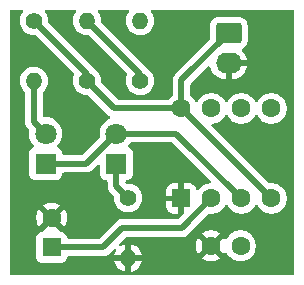
<source format=gbr>
%TF.GenerationSoftware,KiCad,Pcbnew,9.0.0*%
%TF.CreationDate,2025-09-29T15:59:41+03:00*%
%TF.ProjectId,cakar,63616b61-722e-46b6-9963-61645f706362,rev?*%
%TF.SameCoordinates,Original*%
%TF.FileFunction,Copper,L2,Bot*%
%TF.FilePolarity,Positive*%
%FSLAX46Y46*%
G04 Gerber Fmt 4.6, Leading zero omitted, Abs format (unit mm)*
G04 Created by KiCad (PCBNEW 9.0.0) date 2025-09-29 15:59:41*
%MOMM*%
%LPD*%
G01*
G04 APERTURE LIST*
G04 Aperture macros list*
%AMRoundRect*
0 Rectangle with rounded corners*
0 $1 Rounding radius*
0 $2 $3 $4 $5 $6 $7 $8 $9 X,Y pos of 4 corners*
0 Add a 4 corners polygon primitive as box body*
4,1,4,$2,$3,$4,$5,$6,$7,$8,$9,$2,$3,0*
0 Add four circle primitives for the rounded corners*
1,1,$1+$1,$2,$3*
1,1,$1+$1,$4,$5*
1,1,$1+$1,$6,$7*
1,1,$1+$1,$8,$9*
0 Add four rect primitives between the rounded corners*
20,1,$1+$1,$2,$3,$4,$5,0*
20,1,$1+$1,$4,$5,$6,$7,0*
20,1,$1+$1,$6,$7,$8,$9,0*
20,1,$1+$1,$8,$9,$2,$3,0*%
G04 Aperture macros list end*
%TA.AperFunction,ComponentPad*%
%ADD10R,1.600000X1.600000*%
%TD*%
%TA.AperFunction,ComponentPad*%
%ADD11C,1.600000*%
%TD*%
%TA.AperFunction,ComponentPad*%
%ADD12R,1.800000X1.800000*%
%TD*%
%TA.AperFunction,ComponentPad*%
%ADD13C,1.800000*%
%TD*%
%TA.AperFunction,ComponentPad*%
%ADD14C,1.400000*%
%TD*%
%TA.AperFunction,ComponentPad*%
%ADD15O,1.400000X1.400000*%
%TD*%
%TA.AperFunction,ComponentPad*%
%ADD16RoundRect,0.250000X0.550000X-0.550000X0.550000X0.550000X-0.550000X0.550000X-0.550000X-0.550000X0*%
%TD*%
%TA.AperFunction,ComponentPad*%
%ADD17RoundRect,0.250000X-0.845000X0.620000X-0.845000X-0.620000X0.845000X-0.620000X0.845000X0.620000X0*%
%TD*%
%TA.AperFunction,ComponentPad*%
%ADD18O,2.190000X1.740000*%
%TD*%
%TA.AperFunction,Conductor*%
%ADD19C,0.500000*%
%TD*%
G04 APERTURE END LIST*
D10*
%TO.P,C1,1*%
%TO.N,Net-(U1-THR)*%
X131000000Y-107642380D03*
D11*
%TO.P,C1,2*%
%TO.N,GND*%
X131000000Y-105142380D03*
%TD*%
D12*
%TO.P,D2,1,K*%
%TO.N,Net-(D2-K)*%
X136500000Y-100540000D03*
D13*
%TO.P,D2,2,A*%
%TO.N,Net-(D1-K)*%
X136500000Y-98000000D03*
%TD*%
D14*
%TO.P,R2,1*%
%TO.N,Net-(D2-K)*%
X137500000Y-103460000D03*
D15*
%TO.P,R2,2*%
%TO.N,GND*%
X137500000Y-108540000D03*
%TD*%
D14*
%TO.P,R1,1*%
%TO.N,+5V*%
X129500000Y-88460000D03*
D15*
%TO.P,R1,2*%
%TO.N,Net-(D1-A)*%
X129500000Y-93540000D03*
%TD*%
D16*
%TO.P,U1,1,GND*%
%TO.N,GND*%
X142000000Y-103500000D03*
D11*
%TO.P,U1,2,TR*%
%TO.N,Net-(U1-THR)*%
X144540000Y-103500000D03*
%TO.P,U1,3,Q*%
%TO.N,Net-(D1-K)*%
X147080000Y-103500000D03*
%TO.P,U1,4,R*%
%TO.N,+5V*%
X149620000Y-103500000D03*
%TO.P,U1,5,CV*%
%TO.N,Net-(U1-CV)*%
X149620000Y-95880000D03*
%TO.P,U1,6,THR*%
%TO.N,Net-(U1-THR)*%
X147080000Y-95880000D03*
%TO.P,U1,7,DIS*%
%TO.N,Net-(U1-DIS)*%
X144540000Y-95880000D03*
%TO.P,U1,8,VCC*%
%TO.N,+5V*%
X142000000Y-95880000D03*
%TD*%
%TO.P,C2,1*%
%TO.N,Net-(U1-CV)*%
X147000000Y-107500000D03*
%TO.P,C2,2*%
%TO.N,GND*%
X144500000Y-107500000D03*
%TD*%
D12*
%TO.P,D1,1,K*%
%TO.N,Net-(D1-K)*%
X130500000Y-100540000D03*
D13*
%TO.P,D1,2,A*%
%TO.N,Net-(D1-A)*%
X130500000Y-98000000D03*
%TD*%
D14*
%TO.P,R3,1*%
%TO.N,+5V*%
X134000000Y-93540000D03*
D15*
%TO.P,R3,2*%
%TO.N,Net-(U1-DIS)*%
X134000000Y-88460000D03*
%TD*%
D17*
%TO.P,J1,1,Pin_1*%
%TO.N,+5V*%
X146000000Y-89500000D03*
D18*
%TO.P,J1,2,Pin_2*%
%TO.N,GND*%
X146000000Y-92040000D03*
%TD*%
D14*
%TO.P,R4,1*%
%TO.N,Net-(U1-DIS)*%
X138500000Y-93540000D03*
D15*
%TO.P,R4,2*%
%TO.N,Net-(U1-THR)*%
X138500000Y-88460000D03*
%TD*%
D19*
%TO.N,Net-(U1-THR)*%
X135357620Y-107642380D02*
X137000000Y-106000000D01*
X142040000Y-106000000D02*
X144540000Y-103500000D01*
X131000000Y-107642380D02*
X135357620Y-107642380D01*
X137000000Y-106000000D02*
X142040000Y-106000000D01*
%TO.N,Net-(U1-CV)*%
X147000000Y-107500000D02*
X147389182Y-107500000D01*
%TO.N,Net-(D1-A)*%
X129500000Y-97000000D02*
X130500000Y-98000000D01*
X129500000Y-93540000D02*
X129500000Y-97000000D01*
%TO.N,Net-(D1-K)*%
X136500000Y-98000000D02*
X141580000Y-98000000D01*
X133960000Y-100540000D02*
X136500000Y-98000000D01*
X130500000Y-100540000D02*
X133960000Y-100540000D01*
X141580000Y-98000000D02*
X147080000Y-103500000D01*
%TO.N,Net-(D2-K)*%
X136500000Y-102460000D02*
X137500000Y-103460000D01*
X136500000Y-100540000D02*
X136500000Y-102460000D01*
%TO.N,+5V*%
X142000000Y-93500000D02*
X142000000Y-95880000D01*
X129500000Y-88460000D02*
X134000000Y-92960000D01*
X134000000Y-92960000D02*
X134000000Y-93540000D01*
X134000000Y-93540000D02*
X134000000Y-93589397D01*
X149620000Y-103500000D02*
X142000000Y-95880000D01*
X136290603Y-95880000D02*
X142000000Y-95880000D01*
X146000000Y-89500000D02*
X142000000Y-93500000D01*
X134000000Y-93589397D02*
X136290603Y-95880000D01*
%TO.N,Net-(U1-DIS)*%
X134000000Y-88460000D02*
X138500000Y-92960000D01*
X138500000Y-92960000D02*
X138500000Y-93540000D01*
%TD*%
%TA.AperFunction,Conductor*%
%TO.N,GND*%
G36*
X128536894Y-87520185D02*
G01*
X128582649Y-87572989D01*
X128592593Y-87642147D01*
X128570174Y-87697383D01*
X128517644Y-87769684D01*
X128473240Y-87830800D01*
X128387454Y-87999163D01*
X128329059Y-88178881D01*
X128299500Y-88365513D01*
X128299500Y-88554486D01*
X128329059Y-88741118D01*
X128387454Y-88920836D01*
X128473240Y-89089199D01*
X128584310Y-89242073D01*
X128717927Y-89375690D01*
X128870801Y-89486760D01*
X128950347Y-89527290D01*
X129039163Y-89572545D01*
X129039165Y-89572545D01*
X129039168Y-89572547D01*
X129135497Y-89603846D01*
X129218881Y-89630940D01*
X129405514Y-89660500D01*
X129587770Y-89660500D01*
X129654809Y-89680185D01*
X129675451Y-89696819D01*
X132881247Y-92902615D01*
X132914732Y-92963938D01*
X132909748Y-93033630D01*
X132904052Y-93046588D01*
X132887452Y-93079167D01*
X132887452Y-93079169D01*
X132829060Y-93258877D01*
X132829060Y-93258880D01*
X132799500Y-93445513D01*
X132799500Y-93634486D01*
X132829059Y-93821118D01*
X132887454Y-94000836D01*
X132973240Y-94169199D01*
X133084310Y-94322073D01*
X133217927Y-94455690D01*
X133370801Y-94566760D01*
X133395805Y-94579500D01*
X133539163Y-94652545D01*
X133539165Y-94652545D01*
X133539168Y-94652547D01*
X133607594Y-94674780D01*
X133718881Y-94710940D01*
X133905514Y-94740500D01*
X133905519Y-94740500D01*
X134038373Y-94740500D01*
X134105412Y-94760185D01*
X134126054Y-94776819D01*
X135812189Y-96462954D01*
X135834765Y-96478038D01*
X135885873Y-96512186D01*
X135898217Y-96520434D01*
X135904336Y-96524523D01*
X135921286Y-96544807D01*
X135949137Y-96578132D01*
X135949137Y-96578135D01*
X135949139Y-96578137D01*
X135951869Y-96599882D01*
X135957844Y-96647457D01*
X135957843Y-96647458D01*
X135957844Y-96647462D01*
X135941502Y-96681615D01*
X135927689Y-96710485D01*
X135927686Y-96710486D01*
X135927686Y-96710488D01*
X135927681Y-96710490D01*
X135891737Y-96738106D01*
X135765976Y-96802185D01*
X135587641Y-96931752D01*
X135587636Y-96931756D01*
X135431756Y-97087636D01*
X135431752Y-97087641D01*
X135302187Y-97265974D01*
X135202104Y-97462393D01*
X135202103Y-97462396D01*
X135133985Y-97672047D01*
X135099500Y-97889778D01*
X135099500Y-98110227D01*
X135120914Y-98245429D01*
X135111959Y-98314722D01*
X135086122Y-98352508D01*
X133685451Y-99753181D01*
X133624128Y-99786666D01*
X133597770Y-99789500D01*
X132024499Y-99789500D01*
X131957460Y-99769815D01*
X131911705Y-99717011D01*
X131900499Y-99665500D01*
X131900499Y-99592129D01*
X131900498Y-99592123D01*
X131900497Y-99592116D01*
X131894091Y-99532517D01*
X131843796Y-99397669D01*
X131843795Y-99397668D01*
X131843793Y-99397664D01*
X131757547Y-99282455D01*
X131757544Y-99282452D01*
X131642335Y-99196206D01*
X131642328Y-99196202D01*
X131562419Y-99166398D01*
X131506485Y-99124527D01*
X131482068Y-99059062D01*
X131496920Y-98990789D01*
X131518069Y-98962537D01*
X131568242Y-98912365D01*
X131697815Y-98734022D01*
X131797895Y-98537606D01*
X131866015Y-98327951D01*
X131900500Y-98110222D01*
X131900500Y-97889778D01*
X131866015Y-97672049D01*
X131803101Y-97478416D01*
X131797896Y-97462396D01*
X131797895Y-97462393D01*
X131749703Y-97367813D01*
X131697815Y-97265978D01*
X131663623Y-97218917D01*
X131568247Y-97087641D01*
X131568243Y-97087636D01*
X131412363Y-96931756D01*
X131412358Y-96931752D01*
X131234025Y-96802187D01*
X131234024Y-96802186D01*
X131234022Y-96802185D01*
X131171096Y-96770122D01*
X131037606Y-96702104D01*
X131037603Y-96702103D01*
X130827952Y-96633985D01*
X130719086Y-96616742D01*
X130610222Y-96599500D01*
X130389778Y-96599500D01*
X130389771Y-96599500D01*
X130384914Y-96599882D01*
X130384741Y-96597685D01*
X130324508Y-96589849D01*
X130271094Y-96544807D01*
X130250511Y-96478038D01*
X130250500Y-96476373D01*
X130250500Y-94538625D01*
X130270185Y-94471586D01*
X130286819Y-94450944D01*
X130415690Y-94322073D01*
X130526760Y-94169199D01*
X130612547Y-94000832D01*
X130670940Y-93821118D01*
X130680565Y-93760346D01*
X130700500Y-93634486D01*
X130700500Y-93445513D01*
X130670940Y-93258881D01*
X130617779Y-93095270D01*
X130612547Y-93079168D01*
X130612545Y-93079165D01*
X130612545Y-93079163D01*
X130555048Y-92966319D01*
X130526760Y-92910801D01*
X130415690Y-92757927D01*
X130282073Y-92624310D01*
X130129199Y-92513240D01*
X129960836Y-92427454D01*
X129781118Y-92369059D01*
X129594486Y-92339500D01*
X129594481Y-92339500D01*
X129405519Y-92339500D01*
X129405514Y-92339500D01*
X129218881Y-92369059D01*
X129039163Y-92427454D01*
X128870800Y-92513240D01*
X128798320Y-92565901D01*
X128717927Y-92624310D01*
X128717925Y-92624312D01*
X128717924Y-92624312D01*
X128584312Y-92757924D01*
X128584312Y-92757925D01*
X128584310Y-92757927D01*
X128584231Y-92758036D01*
X128473240Y-92910800D01*
X128387454Y-93079163D01*
X128329059Y-93258881D01*
X128299500Y-93445513D01*
X128299500Y-93634486D01*
X128329059Y-93821118D01*
X128387454Y-94000836D01*
X128473240Y-94169199D01*
X128584310Y-94322073D01*
X128584312Y-94322075D01*
X128713181Y-94450944D01*
X128746666Y-94512267D01*
X128749500Y-94538625D01*
X128749500Y-97073918D01*
X128749500Y-97073920D01*
X128749499Y-97073920D01*
X128778340Y-97218907D01*
X128778343Y-97218917D01*
X128834913Y-97355490D01*
X128834914Y-97355492D01*
X128860706Y-97394092D01*
X128860707Y-97394094D01*
X128917043Y-97478410D01*
X128917047Y-97478415D01*
X129086122Y-97647490D01*
X129119607Y-97708813D01*
X129120914Y-97754569D01*
X129099500Y-97889772D01*
X129099500Y-98110221D01*
X129133985Y-98327952D01*
X129202103Y-98537603D01*
X129202104Y-98537606D01*
X129302187Y-98734025D01*
X129431752Y-98912358D01*
X129431756Y-98912363D01*
X129481928Y-98962535D01*
X129515413Y-99023858D01*
X129510429Y-99093550D01*
X129468557Y-99149483D01*
X129437581Y-99166398D01*
X129357669Y-99196203D01*
X129357664Y-99196206D01*
X129242455Y-99282452D01*
X129242452Y-99282455D01*
X129156206Y-99397664D01*
X129156202Y-99397671D01*
X129105908Y-99532517D01*
X129099501Y-99592116D01*
X129099501Y-99592123D01*
X129099500Y-99592135D01*
X129099500Y-101487870D01*
X129099501Y-101487876D01*
X129105908Y-101547483D01*
X129156202Y-101682328D01*
X129156206Y-101682335D01*
X129242452Y-101797544D01*
X129242455Y-101797547D01*
X129357664Y-101883793D01*
X129357671Y-101883797D01*
X129492517Y-101934091D01*
X129492516Y-101934091D01*
X129499444Y-101934835D01*
X129552127Y-101940500D01*
X131447872Y-101940499D01*
X131507483Y-101934091D01*
X131642331Y-101883796D01*
X131757546Y-101797546D01*
X131843796Y-101682331D01*
X131894091Y-101547483D01*
X131900500Y-101487873D01*
X131900500Y-101414500D01*
X131920185Y-101347461D01*
X131972989Y-101301706D01*
X132024500Y-101290500D01*
X134033920Y-101290500D01*
X134131462Y-101271096D01*
X134178913Y-101261658D01*
X134315495Y-101205084D01*
X134364729Y-101172186D01*
X134438416Y-101122952D01*
X134887819Y-100673547D01*
X134949142Y-100640063D01*
X135018833Y-100645047D01*
X135074767Y-100686918D01*
X135099184Y-100752383D01*
X135099500Y-100761229D01*
X135099500Y-101487870D01*
X135099501Y-101487876D01*
X135105908Y-101547483D01*
X135156202Y-101682328D01*
X135156206Y-101682335D01*
X135242452Y-101797544D01*
X135242455Y-101797547D01*
X135357664Y-101883793D01*
X135357671Y-101883797D01*
X135402618Y-101900561D01*
X135492517Y-101934091D01*
X135552127Y-101940500D01*
X135625500Y-101940499D01*
X135692538Y-101960183D01*
X135738294Y-102012986D01*
X135749500Y-102064499D01*
X135749500Y-102533918D01*
X135749500Y-102533920D01*
X135749499Y-102533920D01*
X135778340Y-102678907D01*
X135778343Y-102678917D01*
X135834912Y-102815488D01*
X135834914Y-102815492D01*
X135834916Y-102815495D01*
X135847893Y-102834916D01*
X135891388Y-102900013D01*
X135917051Y-102938420D01*
X135917052Y-102938421D01*
X136263181Y-103284548D01*
X136296666Y-103345871D01*
X136299500Y-103372229D01*
X136299500Y-103554486D01*
X136329059Y-103741118D01*
X136387454Y-103920836D01*
X136459842Y-104062904D01*
X136473240Y-104089199D01*
X136584310Y-104242073D01*
X136717927Y-104375690D01*
X136870801Y-104486760D01*
X136932790Y-104518345D01*
X137039163Y-104572545D01*
X137039165Y-104572545D01*
X137039168Y-104572547D01*
X137135497Y-104603846D01*
X137218881Y-104630940D01*
X137405514Y-104660500D01*
X137405519Y-104660500D01*
X137594486Y-104660500D01*
X137781118Y-104630940D01*
X137960832Y-104572547D01*
X138129199Y-104486760D01*
X138282073Y-104375690D01*
X138415690Y-104242073D01*
X138526760Y-104089199D01*
X138612547Y-103920832D01*
X138670940Y-103741118D01*
X138674217Y-103720429D01*
X138680741Y-103679240D01*
X138700500Y-103554486D01*
X138700500Y-103365513D01*
X138670940Y-103178881D01*
X138652877Y-103123291D01*
X138612547Y-102999168D01*
X138612544Y-102999164D01*
X138612544Y-102999161D01*
X138589105Y-102953160D01*
X138589104Y-102953159D01*
X138562025Y-102900013D01*
X138526760Y-102830801D01*
X138415690Y-102677927D01*
X138282073Y-102544310D01*
X138129199Y-102433240D01*
X137960836Y-102347454D01*
X137781118Y-102289059D01*
X137594486Y-102259500D01*
X137594481Y-102259500D01*
X137412230Y-102259500D01*
X137382785Y-102250854D01*
X137352802Y-102244331D01*
X137347788Y-102240577D01*
X137345191Y-102239815D01*
X137324548Y-102223180D01*
X137286818Y-102185449D01*
X137253333Y-102124125D01*
X137250500Y-102097769D01*
X137250500Y-102064499D01*
X137270185Y-101997460D01*
X137322989Y-101951705D01*
X137374500Y-101940499D01*
X137447871Y-101940499D01*
X137447872Y-101940499D01*
X137507483Y-101934091D01*
X137642331Y-101883796D01*
X137757546Y-101797546D01*
X137843796Y-101682331D01*
X137894091Y-101547483D01*
X137900500Y-101487873D01*
X137900499Y-99592128D01*
X137894091Y-99532517D01*
X137843796Y-99397669D01*
X137843795Y-99397668D01*
X137843793Y-99397664D01*
X137757547Y-99282455D01*
X137757544Y-99282452D01*
X137642335Y-99196206D01*
X137642328Y-99196202D01*
X137562419Y-99166398D01*
X137539282Y-99149078D01*
X137514514Y-99134190D01*
X137511656Y-99128398D01*
X137506485Y-99124527D01*
X137496384Y-99097447D01*
X137483598Y-99071532D01*
X137484325Y-99065114D01*
X137482068Y-99059062D01*
X137488210Y-99030823D01*
X137491465Y-99002107D01*
X137495889Y-98995526D01*
X137496920Y-98990789D01*
X137509649Y-98971857D01*
X137513618Y-98966988D01*
X137568242Y-98912365D01*
X137650737Y-98798819D01*
X137652921Y-98796141D01*
X137678992Y-98778259D01*
X137704035Y-98758949D01*
X137708323Y-98758143D01*
X137710541Y-98756623D01*
X137717536Y-98756413D01*
X137749024Y-98750500D01*
X141217770Y-98750500D01*
X141284809Y-98770185D01*
X141305451Y-98786819D01*
X142980499Y-100461867D01*
X144507699Y-101989066D01*
X144541184Y-102050389D01*
X144536200Y-102120081D01*
X144494328Y-102176014D01*
X144439416Y-102199220D01*
X144235465Y-102231522D01*
X144040776Y-102294781D01*
X143858386Y-102387715D01*
X143692786Y-102508028D01*
X143548032Y-102652782D01*
X143479616Y-102746949D01*
X143424286Y-102789614D01*
X143354672Y-102795593D01*
X143292877Y-102762987D01*
X143261592Y-102713067D01*
X143234358Y-102630880D01*
X143234356Y-102630875D01*
X143142315Y-102481654D01*
X143018345Y-102357684D01*
X142869124Y-102265643D01*
X142869119Y-102265641D01*
X142702697Y-102210494D01*
X142702690Y-102210493D01*
X142599986Y-102200000D01*
X142250000Y-102200000D01*
X142250000Y-103184314D01*
X142245606Y-103179920D01*
X142154394Y-103127259D01*
X142052661Y-103100000D01*
X141947339Y-103100000D01*
X141845606Y-103127259D01*
X141754394Y-103179920D01*
X141750000Y-103184314D01*
X141750000Y-102200000D01*
X141400028Y-102200000D01*
X141400012Y-102200001D01*
X141297302Y-102210494D01*
X141130880Y-102265641D01*
X141130875Y-102265643D01*
X140981654Y-102357684D01*
X140857684Y-102481654D01*
X140765643Y-102630875D01*
X140765641Y-102630880D01*
X140710494Y-102797302D01*
X140710493Y-102797309D01*
X140700000Y-102900013D01*
X140700000Y-103250000D01*
X141684314Y-103250000D01*
X141679920Y-103254394D01*
X141627259Y-103345606D01*
X141600000Y-103447339D01*
X141600000Y-103552661D01*
X141627259Y-103654394D01*
X141679920Y-103745606D01*
X141684314Y-103750000D01*
X140700001Y-103750000D01*
X140700001Y-104099986D01*
X140710494Y-104202697D01*
X140765641Y-104369119D01*
X140765643Y-104369124D01*
X140857684Y-104518345D01*
X140981654Y-104642315D01*
X141130875Y-104734356D01*
X141130880Y-104734358D01*
X141297302Y-104789505D01*
X141297309Y-104789506D01*
X141400019Y-104799999D01*
X141749999Y-104799999D01*
X141750000Y-104799998D01*
X141750000Y-103815686D01*
X141754394Y-103820080D01*
X141845606Y-103872741D01*
X141947339Y-103900000D01*
X142052661Y-103900000D01*
X142154394Y-103872741D01*
X142245606Y-103820080D01*
X142250000Y-103815686D01*
X142250000Y-104677269D01*
X142230315Y-104744308D01*
X142213681Y-104764950D01*
X141765451Y-105213181D01*
X141704128Y-105246666D01*
X141677770Y-105249500D01*
X136926080Y-105249500D01*
X136781092Y-105278340D01*
X136781086Y-105278342D01*
X136644508Y-105334914D01*
X136644496Y-105334921D01*
X136595269Y-105367813D01*
X136521588Y-105417044D01*
X136521580Y-105417050D01*
X135083071Y-106855561D01*
X135021748Y-106889046D01*
X134995390Y-106891880D01*
X132422351Y-106891880D01*
X132355312Y-106872195D01*
X132309557Y-106819391D01*
X132299061Y-106781132D01*
X132294091Y-106734896D01*
X132243797Y-106600051D01*
X132243793Y-106600044D01*
X132157547Y-106484835D01*
X132157544Y-106484832D01*
X132042335Y-106398586D01*
X132042328Y-106398582D01*
X131907482Y-106348288D01*
X131907483Y-106348288D01*
X131847883Y-106341881D01*
X131847881Y-106341880D01*
X131847873Y-106341880D01*
X131847864Y-106341880D01*
X131844548Y-106341702D01*
X131844632Y-106340122D01*
X131783579Y-106322195D01*
X131737824Y-106269391D01*
X131730173Y-106226105D01*
X131046447Y-105542380D01*
X131052661Y-105542380D01*
X131154394Y-105515121D01*
X131245606Y-105462460D01*
X131320080Y-105387986D01*
X131372741Y-105296774D01*
X131400000Y-105195041D01*
X131400000Y-105188827D01*
X132079474Y-105868301D01*
X132111859Y-105823729D01*
X132204755Y-105641411D01*
X132267990Y-105446797D01*
X132300000Y-105244697D01*
X132300000Y-105040062D01*
X132267990Y-104837962D01*
X132204755Y-104643348D01*
X132111859Y-104461030D01*
X132079474Y-104416457D01*
X132079474Y-104416456D01*
X131400000Y-105095931D01*
X131400000Y-105089719D01*
X131372741Y-104987986D01*
X131320080Y-104896774D01*
X131245606Y-104822300D01*
X131154394Y-104769639D01*
X131052661Y-104742380D01*
X131046446Y-104742380D01*
X131725922Y-104062904D01*
X131725921Y-104062903D01*
X131681359Y-104030527D01*
X131681350Y-104030521D01*
X131499031Y-103937624D01*
X131304417Y-103874389D01*
X131102317Y-103842380D01*
X130897683Y-103842380D01*
X130695582Y-103874389D01*
X130500968Y-103937624D01*
X130318644Y-104030523D01*
X130274077Y-104062903D01*
X130274077Y-104062904D01*
X130953554Y-104742380D01*
X130947339Y-104742380D01*
X130845606Y-104769639D01*
X130754394Y-104822300D01*
X130679920Y-104896774D01*
X130627259Y-104987986D01*
X130600000Y-105089719D01*
X130600000Y-105095933D01*
X129920524Y-104416457D01*
X129920523Y-104416457D01*
X129888143Y-104461024D01*
X129795244Y-104643348D01*
X129732009Y-104837962D01*
X129700000Y-105040062D01*
X129700000Y-105244697D01*
X129732009Y-105446797D01*
X129795244Y-105641411D01*
X129888141Y-105823730D01*
X129888147Y-105823739D01*
X129920523Y-105868301D01*
X129920524Y-105868302D01*
X130600000Y-105188826D01*
X130600000Y-105195041D01*
X130627259Y-105296774D01*
X130679920Y-105387986D01*
X130754394Y-105462460D01*
X130845606Y-105515121D01*
X130947339Y-105542380D01*
X130953553Y-105542380D01*
X130269067Y-106226863D01*
X130258633Y-106276530D01*
X130209581Y-106326286D01*
X130155365Y-106340380D01*
X130155423Y-106341479D01*
X130155429Y-106341526D01*
X130155426Y-106341526D01*
X130155436Y-106341704D01*
X130152123Y-106341881D01*
X130092516Y-106348288D01*
X129957671Y-106398582D01*
X129957664Y-106398586D01*
X129842455Y-106484832D01*
X129842452Y-106484835D01*
X129756206Y-106600044D01*
X129756202Y-106600051D01*
X129705908Y-106734897D01*
X129699501Y-106794496D01*
X129699500Y-106794515D01*
X129699500Y-108490250D01*
X129699501Y-108490256D01*
X129705908Y-108549863D01*
X129756202Y-108684708D01*
X129756206Y-108684715D01*
X129842452Y-108799924D01*
X129842455Y-108799927D01*
X129957664Y-108886173D01*
X129957671Y-108886177D01*
X130092517Y-108936471D01*
X130092516Y-108936471D01*
X130099444Y-108937215D01*
X130152127Y-108942880D01*
X131847872Y-108942879D01*
X131907483Y-108936471D01*
X132042331Y-108886176D01*
X132157546Y-108799926D01*
X132164977Y-108790000D01*
X136324638Y-108790000D01*
X136329548Y-108821002D01*
X136387914Y-109000637D01*
X136473670Y-109168940D01*
X136584685Y-109321741D01*
X136584689Y-109321746D01*
X136718253Y-109455310D01*
X136718258Y-109455314D01*
X136871059Y-109566329D01*
X137039362Y-109652085D01*
X137218997Y-109710451D01*
X137250000Y-109715362D01*
X137250000Y-109715361D01*
X137750000Y-109715361D01*
X137781002Y-109710451D01*
X137960637Y-109652085D01*
X138128940Y-109566329D01*
X138281741Y-109455314D01*
X138281746Y-109455310D01*
X138415310Y-109321746D01*
X138415314Y-109321741D01*
X138526329Y-109168940D01*
X138612085Y-109000637D01*
X138670451Y-108821002D01*
X138675362Y-108790000D01*
X137750000Y-108790000D01*
X137750000Y-109715361D01*
X137250000Y-109715361D01*
X137250000Y-108790000D01*
X136324638Y-108790000D01*
X132164977Y-108790000D01*
X132243796Y-108684711D01*
X132294091Y-108549863D01*
X132299062Y-108503619D01*
X132301487Y-108497766D01*
X132302760Y-108493922D01*
X137150000Y-108493922D01*
X137150000Y-108586078D01*
X137173852Y-108675095D01*
X137219930Y-108754905D01*
X137285095Y-108820070D01*
X137364905Y-108866148D01*
X137453922Y-108890000D01*
X137546078Y-108890000D01*
X137635095Y-108866148D01*
X137714905Y-108820070D01*
X137780070Y-108754905D01*
X137826148Y-108675095D01*
X137850000Y-108586078D01*
X137850000Y-108493922D01*
X137826148Y-108404905D01*
X137780070Y-108325095D01*
X137744975Y-108290000D01*
X137750000Y-108290000D01*
X138675362Y-108290000D01*
X138670451Y-108258997D01*
X138612085Y-108079362D01*
X138526329Y-107911059D01*
X138415314Y-107758258D01*
X138415310Y-107758253D01*
X138281746Y-107624689D01*
X138281741Y-107624685D01*
X138128938Y-107513668D01*
X138108592Y-107503301D01*
X138108591Y-107503301D01*
X137960634Y-107427913D01*
X137960636Y-107427913D01*
X137867591Y-107397682D01*
X143200000Y-107397682D01*
X143200000Y-107602317D01*
X143232009Y-107804417D01*
X143295244Y-107999031D01*
X143388141Y-108181350D01*
X143388147Y-108181359D01*
X143420523Y-108225921D01*
X143420524Y-108225922D01*
X144100000Y-107546446D01*
X144100000Y-107552661D01*
X144127259Y-107654394D01*
X144179920Y-107745606D01*
X144254394Y-107820080D01*
X144345606Y-107872741D01*
X144447339Y-107900000D01*
X144453553Y-107900000D01*
X143774076Y-108579474D01*
X143818650Y-108611859D01*
X144000968Y-108704755D01*
X144195582Y-108767990D01*
X144397683Y-108800000D01*
X144602317Y-108800000D01*
X144804417Y-108767990D01*
X144999031Y-108704755D01*
X145181349Y-108611859D01*
X145225921Y-108579474D01*
X144546447Y-107900000D01*
X144552661Y-107900000D01*
X144654394Y-107872741D01*
X144745606Y-107820080D01*
X144820080Y-107745606D01*
X144872741Y-107654394D01*
X144900000Y-107552661D01*
X144900000Y-107546447D01*
X145579474Y-108225921D01*
X145611859Y-108181349D01*
X145639233Y-108127624D01*
X145687207Y-108076827D01*
X145755028Y-108060031D01*
X145821163Y-108082567D01*
X145860203Y-108127621D01*
X145887713Y-108181611D01*
X146008028Y-108347213D01*
X146152786Y-108491971D01*
X146273226Y-108579474D01*
X146318390Y-108612287D01*
X146434607Y-108671503D01*
X146500776Y-108705218D01*
X146500778Y-108705218D01*
X146500781Y-108705220D01*
X146605137Y-108739127D01*
X146695465Y-108768477D01*
X146796557Y-108784488D01*
X146897648Y-108800500D01*
X146897649Y-108800500D01*
X147102351Y-108800500D01*
X147102352Y-108800500D01*
X147304534Y-108768477D01*
X147499219Y-108705220D01*
X147681610Y-108612287D01*
X147831176Y-108503622D01*
X147847213Y-108491971D01*
X147847215Y-108491968D01*
X147847219Y-108491966D01*
X147991966Y-108347219D01*
X147991968Y-108347215D01*
X147991971Y-108347213D01*
X148055385Y-108259930D01*
X148112287Y-108181610D01*
X148205220Y-107999219D01*
X148268477Y-107804534D01*
X148300500Y-107602352D01*
X148300500Y-107397648D01*
X148268477Y-107195465D01*
X148237458Y-107100000D01*
X148205220Y-107000781D01*
X148205218Y-107000778D01*
X148205218Y-107000776D01*
X148148288Y-106889046D01*
X148112287Y-106818390D01*
X148080092Y-106774077D01*
X147991971Y-106652786D01*
X147847213Y-106508028D01*
X147681613Y-106387715D01*
X147681612Y-106387714D01*
X147681610Y-106387713D01*
X147604236Y-106348289D01*
X147499223Y-106294781D01*
X147304534Y-106231522D01*
X147129995Y-106203878D01*
X147102352Y-106199500D01*
X146897648Y-106199500D01*
X146873329Y-106203351D01*
X146695465Y-106231522D01*
X146500776Y-106294781D01*
X146318386Y-106387715D01*
X146152786Y-106508028D01*
X146008028Y-106652786D01*
X145887714Y-106818386D01*
X145860203Y-106872379D01*
X145812227Y-106923174D01*
X145744406Y-106939968D01*
X145678272Y-106917429D01*
X145639234Y-106872376D01*
X145611861Y-106818652D01*
X145579474Y-106774077D01*
X145579474Y-106774076D01*
X144900000Y-107453551D01*
X144900000Y-107447339D01*
X144872741Y-107345606D01*
X144820080Y-107254394D01*
X144745606Y-107179920D01*
X144654394Y-107127259D01*
X144552661Y-107100000D01*
X144546446Y-107100000D01*
X145225922Y-106420524D01*
X145225921Y-106420523D01*
X145181359Y-106388147D01*
X145181350Y-106388141D01*
X144999031Y-106295244D01*
X144804417Y-106232009D01*
X144602317Y-106200000D01*
X144397683Y-106200000D01*
X144195582Y-106232009D01*
X144000968Y-106295244D01*
X143818644Y-106388143D01*
X143774077Y-106420523D01*
X143774077Y-106420524D01*
X144453554Y-107100000D01*
X144447339Y-107100000D01*
X144345606Y-107127259D01*
X144254394Y-107179920D01*
X144179920Y-107254394D01*
X144127259Y-107345606D01*
X144100000Y-107447339D01*
X144100000Y-107453553D01*
X143420524Y-106774077D01*
X143420523Y-106774077D01*
X143388143Y-106818644D01*
X143295244Y-107000968D01*
X143232009Y-107195582D01*
X143200000Y-107397682D01*
X137867591Y-107397682D01*
X137781004Y-107369549D01*
X137780995Y-107369547D01*
X137750000Y-107364637D01*
X137750000Y-108290000D01*
X137744975Y-108290000D01*
X137714905Y-108259930D01*
X137635095Y-108213852D01*
X137546078Y-108190000D01*
X137453922Y-108190000D01*
X137364905Y-108213852D01*
X137285095Y-108259930D01*
X137219930Y-108325095D01*
X137173852Y-108404905D01*
X137150000Y-108493922D01*
X132302760Y-108493922D01*
X132302987Y-108493238D01*
X132303924Y-108491882D01*
X132325801Y-108439072D01*
X132383194Y-108399225D01*
X132422351Y-108392880D01*
X135431540Y-108392880D01*
X135529082Y-108373476D01*
X135576533Y-108364038D01*
X135713115Y-108307464D01*
X135762349Y-108274566D01*
X135836036Y-108225332D01*
X136255995Y-107805372D01*
X136317316Y-107771889D01*
X136387007Y-107776873D01*
X136442941Y-107818744D01*
X136467358Y-107884209D01*
X136454159Y-107949350D01*
X136387914Y-108079362D01*
X136329548Y-108258997D01*
X136324638Y-108290000D01*
X137250000Y-108290000D01*
X137250000Y-107364637D01*
X137249999Y-107364637D01*
X137219004Y-107369547D01*
X137218995Y-107369549D01*
X137039364Y-107427913D01*
X136909350Y-107494159D01*
X136840680Y-107507055D01*
X136775940Y-107480779D01*
X136735683Y-107423672D01*
X136732691Y-107353866D01*
X136765372Y-107295995D01*
X137274549Y-106786819D01*
X137335872Y-106753334D01*
X137362230Y-106750500D01*
X142113920Y-106750500D01*
X142211462Y-106731096D01*
X142258913Y-106721658D01*
X142395495Y-106665084D01*
X142444729Y-106632186D01*
X142518416Y-106582952D01*
X144274895Y-104826471D01*
X144336216Y-104792988D01*
X144381971Y-104791681D01*
X144437648Y-104800500D01*
X144437649Y-104800500D01*
X144642351Y-104800500D01*
X144642352Y-104800500D01*
X144844534Y-104768477D01*
X145039219Y-104705220D01*
X145221610Y-104612287D01*
X145314590Y-104544732D01*
X145387213Y-104491971D01*
X145387215Y-104491968D01*
X145387219Y-104491966D01*
X145531966Y-104347219D01*
X145531968Y-104347215D01*
X145531971Y-104347213D01*
X145652284Y-104181614D01*
X145652285Y-104181613D01*
X145652287Y-104181610D01*
X145699516Y-104088917D01*
X145747489Y-104038123D01*
X145815310Y-104021328D01*
X145881445Y-104043865D01*
X145920483Y-104088917D01*
X145964348Y-104175006D01*
X145967715Y-104181614D01*
X146088028Y-104347213D01*
X146232786Y-104491971D01*
X146343689Y-104572545D01*
X146398390Y-104612287D01*
X146514607Y-104671503D01*
X146580776Y-104705218D01*
X146580778Y-104705218D01*
X146580781Y-104705220D01*
X146670459Y-104734358D01*
X146775465Y-104768477D01*
X146782802Y-104769639D01*
X146977648Y-104800500D01*
X146977649Y-104800500D01*
X147182351Y-104800500D01*
X147182352Y-104800500D01*
X147384534Y-104768477D01*
X147579219Y-104705220D01*
X147761610Y-104612287D01*
X147854590Y-104544732D01*
X147927213Y-104491971D01*
X147927215Y-104491968D01*
X147927219Y-104491966D01*
X148071966Y-104347219D01*
X148071968Y-104347215D01*
X148071971Y-104347213D01*
X148192284Y-104181614D01*
X148192285Y-104181613D01*
X148192287Y-104181610D01*
X148239516Y-104088917D01*
X148287489Y-104038123D01*
X148355310Y-104021328D01*
X148421445Y-104043865D01*
X148460483Y-104088917D01*
X148504348Y-104175006D01*
X148507715Y-104181614D01*
X148628028Y-104347213D01*
X148772786Y-104491971D01*
X148883689Y-104572545D01*
X148938390Y-104612287D01*
X149054607Y-104671503D01*
X149120776Y-104705218D01*
X149120778Y-104705218D01*
X149120781Y-104705220D01*
X149210459Y-104734358D01*
X149315465Y-104768477D01*
X149322802Y-104769639D01*
X149517648Y-104800500D01*
X149517649Y-104800500D01*
X149722351Y-104800500D01*
X149722352Y-104800500D01*
X149924534Y-104768477D01*
X150119219Y-104705220D01*
X150301610Y-104612287D01*
X150394590Y-104544732D01*
X150467213Y-104491971D01*
X150467215Y-104491968D01*
X150467219Y-104491966D01*
X150611966Y-104347219D01*
X150611968Y-104347215D01*
X150611971Y-104347213D01*
X150688357Y-104242075D01*
X150732287Y-104181610D01*
X150825220Y-103999219D01*
X150888477Y-103804534D01*
X150920500Y-103602352D01*
X150920500Y-103397648D01*
X150909306Y-103326972D01*
X150888477Y-103195465D01*
X150825218Y-103000776D01*
X150740707Y-102834916D01*
X150732287Y-102818390D01*
X150692035Y-102762987D01*
X150611971Y-102652786D01*
X150467213Y-102508028D01*
X150301613Y-102387715D01*
X150301612Y-102387714D01*
X150301610Y-102387713D01*
X150242675Y-102357684D01*
X150119223Y-102294781D01*
X149924534Y-102231522D01*
X149749995Y-102203878D01*
X149722352Y-102199500D01*
X149517648Y-102199500D01*
X149461971Y-102208318D01*
X149392678Y-102199363D01*
X149354893Y-102173526D01*
X144572301Y-97390933D01*
X144538816Y-97329610D01*
X144543800Y-97259918D01*
X144585672Y-97203985D01*
X144640584Y-97180779D01*
X144642346Y-97180500D01*
X144642352Y-97180500D01*
X144844534Y-97148477D01*
X145039219Y-97085220D01*
X145221610Y-96992287D01*
X145314590Y-96924732D01*
X145387213Y-96871971D01*
X145387215Y-96871968D01*
X145387219Y-96871966D01*
X145531966Y-96727219D01*
X145531968Y-96727215D01*
X145531971Y-96727213D01*
X145652284Y-96561614D01*
X145652285Y-96561613D01*
X145652287Y-96561610D01*
X145699516Y-96468917D01*
X145747489Y-96418123D01*
X145815310Y-96401328D01*
X145881445Y-96423865D01*
X145920485Y-96468919D01*
X145967715Y-96561614D01*
X146088028Y-96727213D01*
X146232786Y-96871971D01*
X146387749Y-96984556D01*
X146398390Y-96992287D01*
X146514607Y-97051503D01*
X146580776Y-97085218D01*
X146580778Y-97085218D01*
X146580781Y-97085220D01*
X146685137Y-97119127D01*
X146775465Y-97148477D01*
X146859564Y-97161797D01*
X146977648Y-97180500D01*
X146977649Y-97180500D01*
X147182351Y-97180500D01*
X147182352Y-97180500D01*
X147384534Y-97148477D01*
X147579219Y-97085220D01*
X147761610Y-96992287D01*
X147854590Y-96924732D01*
X147927213Y-96871971D01*
X147927215Y-96871968D01*
X147927219Y-96871966D01*
X148071966Y-96727219D01*
X148071968Y-96727215D01*
X148071971Y-96727213D01*
X148192284Y-96561614D01*
X148192285Y-96561613D01*
X148192287Y-96561610D01*
X148239516Y-96468917D01*
X148287489Y-96418123D01*
X148355310Y-96401328D01*
X148421445Y-96423865D01*
X148460485Y-96468919D01*
X148507715Y-96561614D01*
X148628028Y-96727213D01*
X148772786Y-96871971D01*
X148927749Y-96984556D01*
X148938390Y-96992287D01*
X149054607Y-97051503D01*
X149120776Y-97085218D01*
X149120778Y-97085218D01*
X149120781Y-97085220D01*
X149225137Y-97119127D01*
X149315465Y-97148477D01*
X149399564Y-97161797D01*
X149517648Y-97180500D01*
X149517649Y-97180500D01*
X149722351Y-97180500D01*
X149722352Y-97180500D01*
X149924534Y-97148477D01*
X150119219Y-97085220D01*
X150301610Y-96992287D01*
X150394590Y-96924732D01*
X150467213Y-96871971D01*
X150467215Y-96871968D01*
X150467219Y-96871966D01*
X150611966Y-96727219D01*
X150611968Y-96727215D01*
X150611971Y-96727213D01*
X150688732Y-96621559D01*
X150732287Y-96561610D01*
X150825220Y-96379219D01*
X150888477Y-96184534D01*
X150920500Y-95982352D01*
X150920500Y-95777648D01*
X150888477Y-95575466D01*
X150825220Y-95380781D01*
X150825218Y-95380778D01*
X150825218Y-95380776D01*
X150779515Y-95291080D01*
X150732287Y-95198390D01*
X150682236Y-95129500D01*
X150611971Y-95032786D01*
X150467213Y-94888028D01*
X150301613Y-94767715D01*
X150301612Y-94767714D01*
X150301610Y-94767713D01*
X150244653Y-94738691D01*
X150119223Y-94674781D01*
X149924534Y-94611522D01*
X149749995Y-94583878D01*
X149722352Y-94579500D01*
X149517648Y-94579500D01*
X149493329Y-94583351D01*
X149315465Y-94611522D01*
X149120776Y-94674781D01*
X148938386Y-94767715D01*
X148772786Y-94888028D01*
X148628028Y-95032786D01*
X148507715Y-95198386D01*
X148460485Y-95291080D01*
X148412510Y-95341876D01*
X148344689Y-95358671D01*
X148278554Y-95336134D01*
X148239515Y-95291080D01*
X148238883Y-95289840D01*
X148192287Y-95198390D01*
X148142236Y-95129500D01*
X148071971Y-95032786D01*
X147927213Y-94888028D01*
X147761613Y-94767715D01*
X147761612Y-94767714D01*
X147761610Y-94767713D01*
X147704653Y-94738691D01*
X147579223Y-94674781D01*
X147384534Y-94611522D01*
X147209995Y-94583878D01*
X147182352Y-94579500D01*
X146977648Y-94579500D01*
X146953329Y-94583351D01*
X146775465Y-94611522D01*
X146580776Y-94674781D01*
X146398386Y-94767715D01*
X146232786Y-94888028D01*
X146088028Y-95032786D01*
X145967715Y-95198386D01*
X145920485Y-95291080D01*
X145872510Y-95341876D01*
X145804689Y-95358671D01*
X145738554Y-95336134D01*
X145699515Y-95291080D01*
X145698883Y-95289840D01*
X145652287Y-95198390D01*
X145602236Y-95129500D01*
X145531971Y-95032786D01*
X145387213Y-94888028D01*
X145221613Y-94767715D01*
X145221612Y-94767714D01*
X145221610Y-94767713D01*
X145164653Y-94738691D01*
X145039223Y-94674781D01*
X144844534Y-94611522D01*
X144669995Y-94583878D01*
X144642352Y-94579500D01*
X144437648Y-94579500D01*
X144413329Y-94583351D01*
X144235465Y-94611522D01*
X144040776Y-94674781D01*
X143858386Y-94767715D01*
X143692786Y-94888028D01*
X143548028Y-95032786D01*
X143427715Y-95198386D01*
X143380485Y-95291080D01*
X143332510Y-95341876D01*
X143264689Y-95358671D01*
X143198554Y-95336134D01*
X143159515Y-95291080D01*
X143158883Y-95289840D01*
X143112287Y-95198390D01*
X143062236Y-95129500D01*
X142991971Y-95032786D01*
X142847217Y-94888032D01*
X142847212Y-94888028D01*
X142801615Y-94854900D01*
X142758949Y-94799571D01*
X142750500Y-94754582D01*
X142750500Y-93862228D01*
X142770185Y-93795189D01*
X142786814Y-93774552D01*
X144237242Y-92324124D01*
X144298564Y-92290640D01*
X144368256Y-92295624D01*
X144424189Y-92337496D01*
X144442853Y-92373487D01*
X144505372Y-92565901D01*
X144603271Y-92758036D01*
X144730025Y-92932496D01*
X144730025Y-92932497D01*
X144882502Y-93084974D01*
X145056963Y-93211728D01*
X145249098Y-93309627D01*
X145454190Y-93376265D01*
X145667180Y-93410000D01*
X145750000Y-93410000D01*
X145750000Y-92582709D01*
X145770339Y-92594452D01*
X145921667Y-92635000D01*
X146078333Y-92635000D01*
X146229661Y-92594452D01*
X146250000Y-92582709D01*
X146250000Y-93410000D01*
X146332820Y-93410000D01*
X146545809Y-93376265D01*
X146750901Y-93309627D01*
X146943036Y-93211728D01*
X147117496Y-93084974D01*
X147117497Y-93084974D01*
X147269974Y-92932497D01*
X147269974Y-92932496D01*
X147396728Y-92758036D01*
X147494627Y-92565901D01*
X147561266Y-92360809D01*
X147572481Y-92290000D01*
X146542709Y-92290000D01*
X146554452Y-92269661D01*
X146595000Y-92118333D01*
X146595000Y-91961667D01*
X146554452Y-91810339D01*
X146542709Y-91790000D01*
X147572481Y-91790000D01*
X147561266Y-91719190D01*
X147494627Y-91514098D01*
X147396728Y-91321963D01*
X147269974Y-91147503D01*
X147269974Y-91147502D01*
X147127892Y-91005420D01*
X147094407Y-90944097D01*
X147099391Y-90874405D01*
X147141263Y-90818472D01*
X147163177Y-90805353D01*
X147164323Y-90804817D01*
X147164334Y-90804814D01*
X147313656Y-90712712D01*
X147437712Y-90588656D01*
X147529814Y-90439334D01*
X147584999Y-90272797D01*
X147595500Y-90170009D01*
X147595499Y-88829992D01*
X147584999Y-88727203D01*
X147529814Y-88560666D01*
X147437712Y-88411344D01*
X147313656Y-88287288D01*
X147164334Y-88195186D01*
X146997797Y-88140001D01*
X146997795Y-88140000D01*
X146895010Y-88129500D01*
X145104998Y-88129500D01*
X145104981Y-88129501D01*
X145002203Y-88140000D01*
X145002200Y-88140001D01*
X144835668Y-88195185D01*
X144835663Y-88195187D01*
X144686342Y-88287289D01*
X144562289Y-88411342D01*
X144470187Y-88560663D01*
X144470186Y-88560666D01*
X144415001Y-88727203D01*
X144415001Y-88727204D01*
X144415000Y-88727204D01*
X144404500Y-88829983D01*
X144404500Y-89982769D01*
X144384815Y-90049808D01*
X144368181Y-90070450D01*
X141417050Y-93021580D01*
X141417044Y-93021588D01*
X141367812Y-93095268D01*
X141367813Y-93095269D01*
X141334921Y-93144496D01*
X141334914Y-93144508D01*
X141278342Y-93281086D01*
X141278340Y-93281092D01*
X141249500Y-93426079D01*
X141249500Y-94754582D01*
X141229815Y-94821621D01*
X141198385Y-94854900D01*
X141152787Y-94888028D01*
X141152782Y-94888032D01*
X141008032Y-95032782D01*
X141008028Y-95032787D01*
X140974900Y-95078385D01*
X140919571Y-95121051D01*
X140874582Y-95129500D01*
X136652833Y-95129500D01*
X136585794Y-95109815D01*
X136565152Y-95093181D01*
X135232317Y-93760346D01*
X135198832Y-93699023D01*
X135197525Y-93653265D01*
X135200500Y-93634483D01*
X135200500Y-93445513D01*
X135170940Y-93258881D01*
X135117779Y-93095270D01*
X135112547Y-93079168D01*
X135112545Y-93079165D01*
X135112545Y-93079163D01*
X135055048Y-92966319D01*
X135026760Y-92910801D01*
X134915690Y-92757927D01*
X134782073Y-92624310D01*
X134629199Y-92513240D01*
X134616944Y-92506995D01*
X134585562Y-92484194D01*
X130736819Y-88635451D01*
X130703334Y-88574128D01*
X130700500Y-88547770D01*
X130700500Y-88365513D01*
X130670940Y-88178881D01*
X130612545Y-87999163D01*
X130526759Y-87830800D01*
X130429826Y-87697383D01*
X130406347Y-87631580D01*
X130422172Y-87563526D01*
X130472278Y-87514831D01*
X130530145Y-87500500D01*
X132969855Y-87500500D01*
X133036894Y-87520185D01*
X133082649Y-87572989D01*
X133092593Y-87642147D01*
X133070174Y-87697383D01*
X133017644Y-87769684D01*
X132973240Y-87830800D01*
X132887454Y-87999163D01*
X132829059Y-88178881D01*
X132799500Y-88365513D01*
X132799500Y-88554486D01*
X132829059Y-88741118D01*
X132887454Y-88920836D01*
X132973240Y-89089199D01*
X133084310Y-89242073D01*
X133217927Y-89375690D01*
X133370801Y-89486760D01*
X133450347Y-89527290D01*
X133539163Y-89572545D01*
X133539165Y-89572545D01*
X133539168Y-89572547D01*
X133635497Y-89603846D01*
X133718881Y-89630940D01*
X133905514Y-89660500D01*
X134087770Y-89660500D01*
X134154809Y-89680185D01*
X134175451Y-89696819D01*
X137381247Y-92902615D01*
X137414732Y-92963938D01*
X137409748Y-93033630D01*
X137404052Y-93046588D01*
X137387452Y-93079167D01*
X137387452Y-93079169D01*
X137329060Y-93258877D01*
X137329060Y-93258880D01*
X137299500Y-93445513D01*
X137299500Y-93634486D01*
X137329059Y-93821118D01*
X137387454Y-94000836D01*
X137473240Y-94169199D01*
X137584310Y-94322073D01*
X137717927Y-94455690D01*
X137870801Y-94566760D01*
X137895805Y-94579500D01*
X138039163Y-94652545D01*
X138039165Y-94652545D01*
X138039168Y-94652547D01*
X138107594Y-94674780D01*
X138218881Y-94710940D01*
X138405514Y-94740500D01*
X138405519Y-94740500D01*
X138594486Y-94740500D01*
X138781118Y-94710940D01*
X138960832Y-94652547D01*
X139129199Y-94566760D01*
X139282073Y-94455690D01*
X139415690Y-94322073D01*
X139526760Y-94169199D01*
X139612547Y-94000832D01*
X139670940Y-93821118D01*
X139680565Y-93760346D01*
X139700500Y-93634486D01*
X139700500Y-93445513D01*
X139670940Y-93258881D01*
X139617779Y-93095270D01*
X139612547Y-93079168D01*
X139612545Y-93079165D01*
X139612545Y-93079163D01*
X139555048Y-92966319D01*
X139526760Y-92910801D01*
X139415690Y-92757927D01*
X139282073Y-92624310D01*
X139129199Y-92513240D01*
X139116944Y-92506995D01*
X139085562Y-92484194D01*
X135236819Y-88635451D01*
X135203334Y-88574128D01*
X135200500Y-88547770D01*
X135200500Y-88365513D01*
X135170940Y-88178881D01*
X135112545Y-87999163D01*
X135026759Y-87830800D01*
X134929826Y-87697383D01*
X134906347Y-87631580D01*
X134922172Y-87563526D01*
X134972278Y-87514831D01*
X135030145Y-87500500D01*
X137469855Y-87500500D01*
X137536894Y-87520185D01*
X137582649Y-87572989D01*
X137592593Y-87642147D01*
X137570174Y-87697383D01*
X137517644Y-87769684D01*
X137473240Y-87830800D01*
X137387454Y-87999163D01*
X137329059Y-88178881D01*
X137299500Y-88365513D01*
X137299500Y-88554486D01*
X137329059Y-88741118D01*
X137387454Y-88920836D01*
X137473240Y-89089199D01*
X137584310Y-89242073D01*
X137717927Y-89375690D01*
X137870801Y-89486760D01*
X137950347Y-89527290D01*
X138039163Y-89572545D01*
X138039165Y-89572545D01*
X138039168Y-89572547D01*
X138135497Y-89603846D01*
X138218881Y-89630940D01*
X138405514Y-89660500D01*
X138405519Y-89660500D01*
X138594486Y-89660500D01*
X138781118Y-89630940D01*
X138960832Y-89572547D01*
X139129199Y-89486760D01*
X139282073Y-89375690D01*
X139415690Y-89242073D01*
X139526760Y-89089199D01*
X139612547Y-88920832D01*
X139670940Y-88741118D01*
X139687676Y-88635451D01*
X139700500Y-88554486D01*
X139700500Y-88365513D01*
X139670940Y-88178881D01*
X139612545Y-87999163D01*
X139526759Y-87830800D01*
X139429826Y-87697383D01*
X139406347Y-87631580D01*
X139422172Y-87563526D01*
X139472278Y-87514831D01*
X139530145Y-87500500D01*
X151375500Y-87500500D01*
X151442539Y-87520185D01*
X151488294Y-87572989D01*
X151499500Y-87624500D01*
X151499500Y-109875500D01*
X151479815Y-109942539D01*
X151427011Y-109988294D01*
X151375500Y-109999500D01*
X127624500Y-109999500D01*
X127557461Y-109979815D01*
X127511706Y-109927011D01*
X127500500Y-109875500D01*
X127500500Y-87624500D01*
X127520185Y-87557461D01*
X127572989Y-87511706D01*
X127624500Y-87500500D01*
X128469855Y-87500500D01*
X128536894Y-87520185D01*
G37*
%TD.AperFunction*%
%TD*%
M02*

</source>
